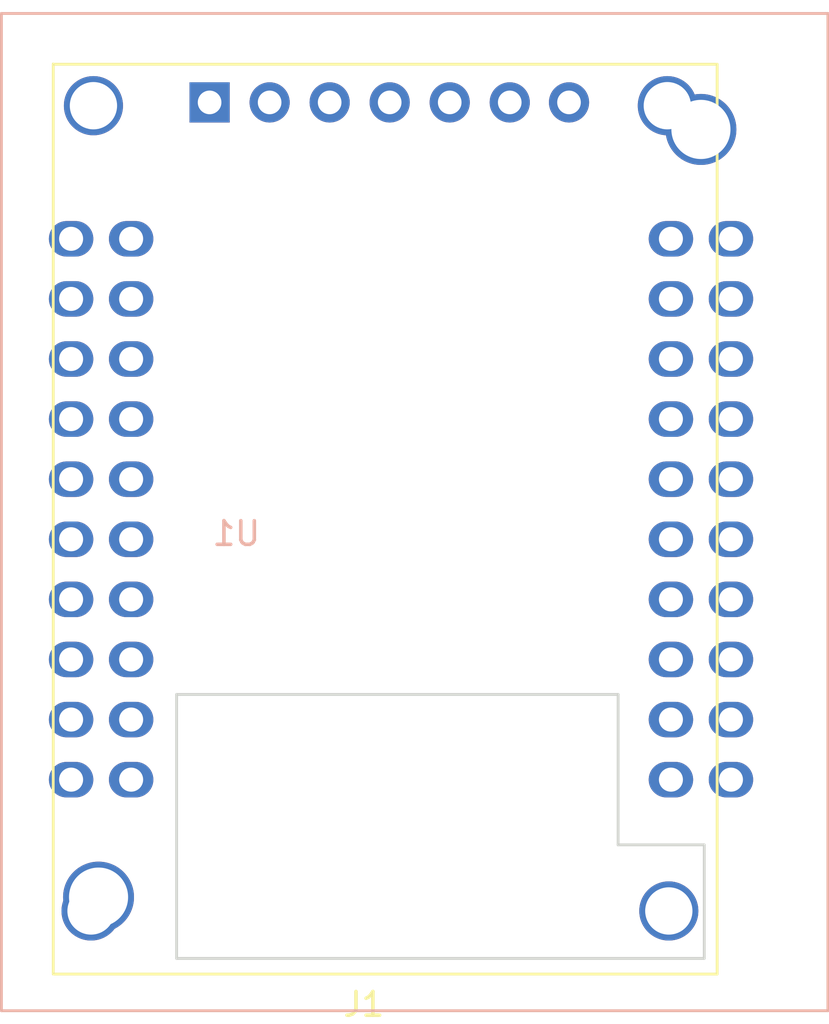
<source format=kicad_pcb>
(kicad_pcb (version 20171130) (host pcbnew 5.1.6)

  (general
    (thickness 1.6)
    (drawings 0)
    (tracks 0)
    (zones 0)
    (modules 2)
    (nets 41)
  )

  (page A4)
  (layers
    (0 F.Cu signal)
    (31 B.Cu signal)
    (32 B.Adhes user)
    (33 F.Adhes user)
    (34 B.Paste user)
    (35 F.Paste user)
    (36 B.SilkS user)
    (37 F.SilkS user)
    (38 B.Mask user)
    (39 F.Mask user)
    (40 Dwgs.User user)
    (41 Cmts.User user)
    (42 Eco1.User user)
    (43 Eco2.User user)
    (44 Edge.Cuts user)
    (45 Margin user)
    (46 B.CrtYd user)
    (47 F.CrtYd user)
    (48 B.Fab user)
    (49 F.Fab user)
  )

  (setup
    (last_trace_width 0.25)
    (trace_clearance 0.2)
    (zone_clearance 0.508)
    (zone_45_only no)
    (trace_min 0.2)
    (via_size 0.8)
    (via_drill 0.4)
    (via_min_size 0.4)
    (via_min_drill 0.3)
    (uvia_size 0.3)
    (uvia_drill 0.1)
    (uvias_allowed no)
    (uvia_min_size 0.2)
    (uvia_min_drill 0.1)
    (edge_width 0.05)
    (segment_width 0.2)
    (pcb_text_width 0.3)
    (pcb_text_size 1.5 1.5)
    (mod_edge_width 0.12)
    (mod_text_size 1 1)
    (mod_text_width 0.15)
    (pad_size 1.524 1.524)
    (pad_drill 0.762)
    (pad_to_mask_clearance 0.05)
    (aux_axis_origin 0 0)
    (visible_elements FFFFFF7F)
    (pcbplotparams
      (layerselection 0x010fc_ffffffff)
      (usegerberextensions false)
      (usegerberattributes true)
      (usegerberadvancedattributes true)
      (creategerberjobfile true)
      (excludeedgelayer true)
      (linewidth 0.100000)
      (plotframeref false)
      (viasonmask false)
      (mode 1)
      (useauxorigin false)
      (hpglpennumber 1)
      (hpglpenspeed 20)
      (hpglpendiameter 15.000000)
      (psnegative false)
      (psa4output false)
      (plotreference true)
      (plotvalue true)
      (plotinvisibletext false)
      (padsonsilk false)
      (subtractmaskfromsilk false)
      (outputformat 1)
      (mirror false)
      (drillshape 1)
      (scaleselection 1)
      (outputdirectory ""))
  )

  (net 0 "")
  (net 1 "Net-(U1-Pad27)")
  (net 2 "Net-(U1-Pad23)")
  (net 3 "Net-(U1-Pad24)")
  (net 4 "Net-(U1-Pad26)")
  (net 5 "Net-(U1-Pad25)")
  (net 6 "Net-(U1-Pad22)")
  (net 7 "Net-(U1-Pad21)")
  (net 8 "Net-(U1-Pad20)")
  (net 9 "Net-(U1-Pad19)")
  (net 10 "Net-(U1-Pad18)")
  (net 11 "Net-(U1-Pad17)")
  (net 12 "Net-(U1-Pad15)")
  (net 13 "Net-(U1-Pad14)")
  (net 14 "Net-(U1-Pad13)")
  (net 15 "Net-(U1-Pad11)")
  (net 16 "Net-(U1-Pad9)")
  (net 17 "Net-(U1-Pad7)")
  (net 18 "Net-(U1-Pad6)")
  (net 19 "Net-(U1-Pad5)")
  (net 20 "Net-(U1-Pad4)")
  (net 21 "Net-(U1-Pad3)")
  (net 22 "Net-(U1-Pad32)")
  (net 23 "Net-(U1-Pad34)")
  (net 24 "Net-(U1-Pad40)")
  (net 25 "Net-(U1-Pad37)")
  (net 26 "Net-(U1-Pad39)")
  (net 27 "Net-(U1-Pad35)")
  (net 28 "Net-(U1-Pad38)")
  (net 29 "Net-(U1-Pad28)")
  (net 30 "Net-(U1-Pad36)")
  (net 31 "Net-(U1-Pad33)")
  (net 32 "Net-(U1-Pad29)")
  (net 33 "Net-(U1-Pad30)")
  (net 34 "Net-(U1-Pad31)")
  (net 35 /VCC)
  (net 36 /SDA)
  (net 37 /DC)
  (net 38 /SCL)
  (net 39 /RES)
  (net 40 /GND)

  (net_class Default "This is the default net class."
    (clearance 0.2)
    (trace_width 0.25)
    (via_dia 0.8)
    (via_drill 0.4)
    (uvia_dia 0.3)
    (uvia_drill 0.1)
    (add_net /DC)
    (add_net /GND)
    (add_net /RES)
    (add_net /SCL)
    (add_net /SDA)
    (add_net /VCC)
    (add_net "Net-(U1-Pad11)")
    (add_net "Net-(U1-Pad13)")
    (add_net "Net-(U1-Pad14)")
    (add_net "Net-(U1-Pad15)")
    (add_net "Net-(U1-Pad17)")
    (add_net "Net-(U1-Pad18)")
    (add_net "Net-(U1-Pad19)")
    (add_net "Net-(U1-Pad20)")
    (add_net "Net-(U1-Pad21)")
    (add_net "Net-(U1-Pad22)")
    (add_net "Net-(U1-Pad23)")
    (add_net "Net-(U1-Pad24)")
    (add_net "Net-(U1-Pad25)")
    (add_net "Net-(U1-Pad26)")
    (add_net "Net-(U1-Pad27)")
    (add_net "Net-(U1-Pad28)")
    (add_net "Net-(U1-Pad29)")
    (add_net "Net-(U1-Pad3)")
    (add_net "Net-(U1-Pad30)")
    (add_net "Net-(U1-Pad31)")
    (add_net "Net-(U1-Pad32)")
    (add_net "Net-(U1-Pad33)")
    (add_net "Net-(U1-Pad34)")
    (add_net "Net-(U1-Pad35)")
    (add_net "Net-(U1-Pad36)")
    (add_net "Net-(U1-Pad37)")
    (add_net "Net-(U1-Pad38)")
    (add_net "Net-(U1-Pad39)")
    (add_net "Net-(U1-Pad4)")
    (add_net "Net-(U1-Pad40)")
    (add_net "Net-(U1-Pad5)")
    (add_net "Net-(U1-Pad6)")
    (add_net "Net-(U1-Pad7)")
    (add_net "Net-(U1-Pad9)")
  )

  (module MiscLib:TFTDisplay1.4 (layer F.Cu) (tedit 5F3091D4) (tstamp 5F3127D1)
    (at 162.56 70.866)
    (descr "Through hole straight pin header, 1x07, 2.54mm pitch, single row")
    (tags "Through hole pin header THT 1x07 2.54mm single row")
    (path /5F309823)
    (fp_text reference J1 (at -1.1557 28.8925) (layer F.SilkS)
      (effects (font (size 1 1) (thickness 0.15)))
    )
    (fp_text value Conn_01x07_Female (at 0.1143 -12.7127) (layer F.Fab)
      (effects (font (size 1 1) (thickness 0.15)))
    )
    (fp_text user BLK (at 7.6327 -6.3373 90) (layer F.Fab)
      (effects (font (size 1 1) (thickness 0.15)))
    )
    (fp_text user DC (at 5.088465 -6.742062 90) (layer F.Fab)
      (effects (font (size 1 1) (thickness 0.15)))
    )
    (fp_text user RES (at 2.544232 -6.31349 90) (layer F.Fab)
      (effects (font (size 1 1) (thickness 0.15)))
    )
    (fp_text user SDA (at -0.000001 -6.3373 90) (layer F.Fab)
      (effects (font (size 1 1) (thickness 0.15)))
    )
    (fp_text user SCL (at -2.544234 -6.361109 90) (layer F.Fab)
      (effects (font (size 1 1) (thickness 0.15)))
    )
    (fp_text user VCC (at -5.088467 -6.31349 90) (layer F.Fab)
      (effects (font (size 1 1) (thickness 0.15)))
    )
    (fp_text user GND (at -7.6327 -6.218252 90) (layer F.Fab)
      (effects (font (size 1 1) (thickness 0.15)))
    )
    (fp_line (start -14.2748 -10.8458) (end 13.7922 -10.8458) (layer F.SilkS) (width 0.12))
    (fp_line (start 13.7922 27.6098) (end -14.3002 27.6098) (layer F.SilkS) (width 0.12))
    (fp_line (start -14.3002 27.5971) (end -14.3002 -10.8585) (layer F.SilkS) (width 0.12))
    (fp_line (start 13.7922 -10.8458) (end 13.7922 27.6098) (layer F.SilkS) (width 0.12))
    (pad "" np_thru_hole circle (at 11.684 -9.0932) (size 2.5 2.5) (drill 2) (layers *.Cu *.Mask))
    (pad "" np_thru_hole circle (at 11.7475 24.9428) (size 2.5 2.5) (drill 2) (layers *.Cu *.Mask))
    (pad "" np_thru_hole circle (at -12.7 24.9428) (size 2.5 2.5) (drill 2) (layers *.Cu *.Mask))
    (pad "" np_thru_hole circle (at -12.5984 -9.0932) (size 2.5 2.5) (drill 2) (layers *.Cu *.Mask))
    (pad 7 thru_hole oval (at 7.5244 -9.2329 90) (size 1.7 1.7) (drill 1) (layers *.Cu *.Mask)
      (net 35 /VCC))
    (pad 6 thru_hole oval (at 5.0165 -9.2329 90) (size 1.7 1.7) (drill 1) (layers *.Cu *.Mask)
      (net 37 /DC))
    (pad 5 thru_hole oval (at 2.4765 -9.2329 90) (size 1.7 1.7) (drill 1) (layers *.Cu *.Mask)
      (net 39 /RES))
    (pad 4 thru_hole oval (at -0.0635 -9.2329 90) (size 1.7 1.7) (drill 1) (layers *.Cu *.Mask)
      (net 36 /SDA))
    (pad 3 thru_hole oval (at -2.6035 -9.2329 90) (size 1.7 1.7) (drill 1) (layers *.Cu *.Mask)
      (net 38 /SCL))
    (pad 2 thru_hole oval (at -5.1435 -9.2329 90) (size 1.7 1.7) (drill 1) (layers *.Cu *.Mask)
      (net 35 /VCC))
    (pad 1 thru_hole rect (at -7.6835 -9.2329 90) (size 1.7 1.7) (drill 1) (layers *.Cu *.Mask)
      (net 40 /GND))
    (model ${KISYS3DMOD}/Connector_PinHeader_2.54mm.3dshapes/PinHeader_1x07_P2.54mm_Vertical.wrl
      (at (xyz 0 0 0))
      (scale (xyz 1 1 1))
      (rotate (xyz 0 0 0))
    )
  )

  (module MiscLib:TTGO-32-MINI (layer B.Cu) (tedit 5F307663) (tstamp 5F30DBB2)
    (at 155.956 87.884 180)
    (path /5F30CB62)
    (fp_text reference U1 (at -0.0508 8.0264) (layer B.SilkS)
      (effects (font (size 1 1) (thickness 0.15)) (justify mirror))
    )
    (fp_text value TTGO-32-MINI (at 0.4318 25.4381) (layer B.Fab)
      (effects (font (size 1 1) (thickness 0.15)) (justify mirror))
    )
    (fp_line (start -25.0825 30.0101) (end -25.0825 -12.1412) (layer B.SilkS) (width 0.12))
    (fp_line (start -25.0825 -12.1412) (end 9.8881 -12.1412) (layer B.SilkS) (width 0.12))
    (fp_line (start 9.8881 -12.1412) (end 9.8881 30.0101) (layer B.SilkS) (width 0.12))
    (fp_line (start 9.8881 30.0101) (end -25.0825 30.0101) (layer B.SilkS) (width 0.12))
    (fp_line (start 2.4741 -9.9314) (end 2.4741 1.2258) (layer Edge.Cuts) (width 0.12))
    (fp_line (start 2.4741 1.2258) (end -16.2057 1.2258) (layer Edge.Cuts) (width 0.12))
    (fp_line (start -16.2057 1.2258) (end -16.2057 -5.1308) (layer Edge.Cuts) (width 0.12))
    (fp_line (start -16.2057 -5.1308) (end -19.8501 -5.1308) (layer Edge.Cuts) (width 0.12))
    (fp_line (start -19.8501 -5.1308) (end -19.8501 -9.9314) (layer Edge.Cuts) (width 0.12))
    (fp_line (start -19.8501 -9.9314) (end 2.4741 -9.9314) (layer Edge.Cuts) (width 0.12))
    (pad "" np_thru_hole circle (at -19.7104 25.1079 180) (size 3 3) (drill 2.5) (layers *.Cu *.Mask))
    (pad "" np_thru_hole circle (at 5.7785 -7.3406 180) (size 3 3) (drill 2.5) (layers *.Cu *.Mask))
    (pad 27 thru_hole oval (at 4.3996 12.8651 270) (size 1.5 1.8796) (drill 1.016) (layers *.Cu *.Mask)
      (net 1 "Net-(U1-Pad27)") (solder_mask_margin 0.1016))
    (pad 32 thru_hole oval (at 6.9396 7.7851 270) (size 1.5 1.8796) (drill 1.016) (layers *.Cu *.Mask)
      (net 22 "Net-(U1-Pad32)") (solder_mask_margin 0.1016))
    (pad 23 thru_hole oval (at 4.3996 17.9451 270) (size 1.5 1.8796) (drill 1.016) (layers *.Cu *.Mask)
      (net 2 "Net-(U1-Pad23)") (solder_mask_margin 0.1016))
    (pad 34 thru_hole oval (at 6.9396 5.2451 270) (size 1.5 1.8796) (drill 1.016) (layers *.Cu *.Mask)
      (net 23 "Net-(U1-Pad34)") (solder_mask_margin 0.1016))
    (pad 24 thru_hole oval (at 6.9396 17.9451 270) (size 1.5 1.8796) (drill 1.016) (layers *.Cu *.Mask)
      (net 3 "Net-(U1-Pad24)") (solder_mask_margin 0.1016))
    (pad 26 thru_hole oval (at 6.9396 15.4051 270) (size 1.5 1.8796) (drill 1.016) (layers *.Cu *.Mask)
      (net 4 "Net-(U1-Pad26)") (solder_mask_margin 0.1016))
    (pad 40 thru_hole oval (at 6.9396 -2.3749 270) (size 1.5 1.8796) (drill 1.016) (layers *.Cu *.Mask)
      (net 24 "Net-(U1-Pad40)") (solder_mask_margin 0.1016))
    (pad 37 thru_hole oval (at 4.3996 0.1651 270) (size 1.5 1.8796) (drill 1.016) (layers *.Cu *.Mask)
      (net 25 "Net-(U1-Pad37)") (solder_mask_margin 0.1016))
    (pad 25 thru_hole oval (at 4.3996 15.4051 270) (size 1.5 1.8796) (drill 1.016) (layers *.Cu *.Mask)
      (net 5 "Net-(U1-Pad25)") (solder_mask_margin 0.1016))
    (pad 39 thru_hole oval (at 4.3996 -2.3749 270) (size 1.5 1.8796) (drill 1.016) (layers *.Cu *.Mask)
      (net 26 "Net-(U1-Pad39)") (solder_mask_margin 0.1016))
    (pad 35 thru_hole oval (at 4.3996 2.7051 270) (size 1.5 1.8796) (drill 1.016) (layers *.Cu *.Mask)
      (net 27 "Net-(U1-Pad35)") (solder_mask_margin 0.1016))
    (pad 38 thru_hole oval (at 6.9396 0.1651 270) (size 1.5 1.8796) (drill 1.016) (layers *.Cu *.Mask)
      (net 28 "Net-(U1-Pad38)") (solder_mask_margin 0.1016))
    (pad 28 thru_hole oval (at 6.9396 12.8651 270) (size 1.5 1.8796) (drill 1.016) (layers *.Cu *.Mask)
      (net 29 "Net-(U1-Pad28)") (solder_mask_margin 0.1016))
    (pad 36 thru_hole oval (at 6.9396 2.7051 270) (size 1.5 1.8796) (drill 1.016) (layers *.Cu *.Mask)
      (net 30 "Net-(U1-Pad36)") (solder_mask_margin 0.1016))
    (pad 22 thru_hole oval (at 6.9396 20.4851 270) (size 1.5 1.8796) (drill 1.016) (layers *.Cu *.Mask)
      (net 6 "Net-(U1-Pad22)") (solder_mask_margin 0.1016))
    (pad 33 thru_hole oval (at 4.3996 5.2451 270) (size 1.5 1.8796) (drill 1.016) (layers *.Cu *.Mask)
      (net 31 "Net-(U1-Pad33)") (solder_mask_margin 0.1016))
    (pad 29 thru_hole oval (at 4.3996 10.3251 270) (size 1.5 1.8796) (drill 1.016) (layers *.Cu *.Mask)
      (net 32 "Net-(U1-Pad29)") (solder_mask_margin 0.1016))
    (pad 30 thru_hole oval (at 6.9396 10.3251 270) (size 1.5 1.8796) (drill 1.016) (layers *.Cu *.Mask)
      (net 33 "Net-(U1-Pad30)") (solder_mask_margin 0.1016))
    (pad 21 thru_hole oval (at 4.3996 20.4851 270) (size 1.5 1.8796) (drill 1.016) (layers *.Cu *.Mask)
      (net 7 "Net-(U1-Pad21)") (solder_mask_margin 0.1016))
    (pad 31 thru_hole oval (at 4.3996 7.7851 270) (size 1.5 1.8796) (drill 1.016) (layers *.Cu *.Mask)
      (net 34 "Net-(U1-Pad31)") (solder_mask_margin 0.1016))
    (pad 20 thru_hole oval (at -18.4404 -2.3749 270) (size 1.5 1.8796) (drill 1.016) (layers *.Cu *.Mask)
      (net 8 "Net-(U1-Pad20)") (solder_mask_margin 0.1016))
    (pad 19 thru_hole oval (at -20.9804 -2.3749 270) (size 1.5 1.8796) (drill 1.016) (layers *.Cu *.Mask)
      (net 9 "Net-(U1-Pad19)") (solder_mask_margin 0.1016))
    (pad 18 thru_hole oval (at -18.4404 0.1651 270) (size 1.5 1.8796) (drill 1.016) (layers *.Cu *.Mask)
      (net 10 "Net-(U1-Pad18)") (solder_mask_margin 0.1016))
    (pad 17 thru_hole oval (at -20.9804 0.1651 270) (size 1.5 1.8796) (drill 1.016) (layers *.Cu *.Mask)
      (net 11 "Net-(U1-Pad17)") (solder_mask_margin 0.1016))
    (pad 16 thru_hole oval (at -18.4404 2.7051 270) (size 1.5 1.8796) (drill 1.016) (layers *.Cu *.Mask)
      (net 35 /VCC) (solder_mask_margin 0.1016))
    (pad 15 thru_hole oval (at -20.9804 2.7051 270) (size 1.5 1.8796) (drill 1.016) (layers *.Cu *.Mask)
      (net 12 "Net-(U1-Pad15)") (solder_mask_margin 0.1016))
    (pad 14 thru_hole oval (at -18.4404 5.2451 270) (size 1.5 1.8796) (drill 1.016) (layers *.Cu *.Mask)
      (net 13 "Net-(U1-Pad14)") (solder_mask_margin 0.1016))
    (pad 13 thru_hole oval (at -20.9804 5.2451 270) (size 1.5 1.8796) (drill 1.016) (layers *.Cu *.Mask)
      (net 14 "Net-(U1-Pad13)") (solder_mask_margin 0.1016))
    (pad 12 thru_hole oval (at -18.4404 7.7851 270) (size 1.5 1.8796) (drill 1.016) (layers *.Cu *.Mask)
      (net 36 /SDA) (solder_mask_margin 0.1016))
    (pad 11 thru_hole oval (at -20.9804 7.7851 270) (size 1.5 1.8796) (drill 1.016) (layers *.Cu *.Mask)
      (net 15 "Net-(U1-Pad11)") (solder_mask_margin 0.1016))
    (pad 10 thru_hole oval (at -18.4404 10.3251 270) (size 1.5 1.8796) (drill 1.016) (layers *.Cu *.Mask)
      (net 37 /DC) (solder_mask_margin 0.1016))
    (pad 9 thru_hole oval (at -20.9804 10.3251 270) (size 1.5 1.8796) (drill 1.016) (layers *.Cu *.Mask)
      (net 16 "Net-(U1-Pad9)") (solder_mask_margin 0.1016))
    (pad 8 thru_hole oval (at -18.4404 12.8651 270) (size 1.5 1.8796) (drill 1.016) (layers *.Cu *.Mask)
      (net 38 /SCL) (solder_mask_margin 0.1016))
    (pad 7 thru_hole oval (at -20.9804 12.8651 270) (size 1.5 1.8796) (drill 1.016) (layers *.Cu *.Mask)
      (net 17 "Net-(U1-Pad7)") (solder_mask_margin 0.1016))
    (pad 6 thru_hole oval (at -18.4404 15.4051 270) (size 1.5 1.8796) (drill 1.016) (layers *.Cu *.Mask)
      (net 18 "Net-(U1-Pad6)") (solder_mask_margin 0.1016))
    (pad 5 thru_hole oval (at -20.9804 15.4051 270) (size 1.5 1.8796) (drill 1.016) (layers *.Cu *.Mask)
      (net 19 "Net-(U1-Pad5)") (solder_mask_margin 0.1016))
    (pad 4 thru_hole oval (at -18.4404 17.9451 270) (size 1.5 1.8796) (drill 1.016) (layers *.Cu *.Mask)
      (net 20 "Net-(U1-Pad4)") (solder_mask_margin 0.1016))
    (pad 3 thru_hole oval (at -20.9804 17.9451 270) (size 1.5 1.8796) (drill 1.016) (layers *.Cu *.Mask)
      (net 21 "Net-(U1-Pad3)") (solder_mask_margin 0.1016))
    (pad 2 thru_hole oval (at -18.4404 20.4851 270) (size 1.5 1.8796) (drill 1.016) (layers *.Cu *.Mask)
      (net 39 /RES) (solder_mask_margin 0.1016))
    (pad 1 thru_hole oval (at -20.9804 20.4851 270) (size 1.5 1.8796) (drill 1.016) (layers *.Cu *.Mask)
      (net 40 /GND) (solder_mask_margin 0.1016))
  )

)

</source>
